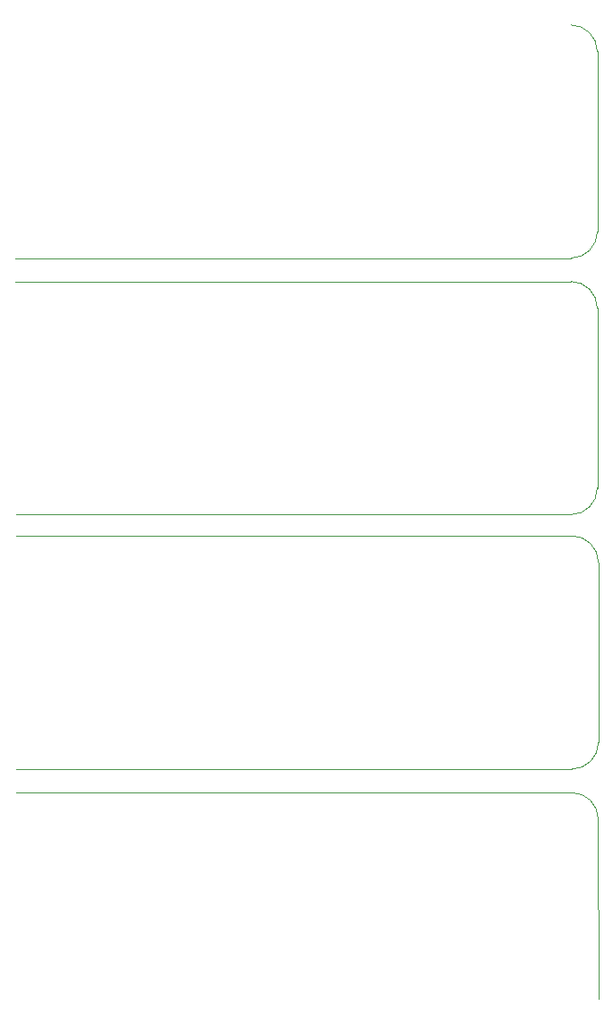
<source format=gbr>
%TF.GenerationSoftware,KiCad,Pcbnew,7.0.5*%
%TF.CreationDate,2024-04-05T19:04:48+09:00*%
%TF.ProjectId,ikafly_rev0a_p_cut,696b6166-6c79-45f7-9265-7630615f705f,rev?*%
%TF.SameCoordinates,Original*%
%TF.FileFunction,Profile,NP*%
%FSLAX46Y46*%
G04 Gerber Fmt 4.6, Leading zero omitted, Abs format (unit mm)*
G04 Created by KiCad (PCBNEW 7.0.5) date 2024-04-05 19:04:48*
%MOMM*%
%LPD*%
G01*
G04 APERTURE LIST*
%TA.AperFunction,Profile*%
%ADD10C,0.100000*%
%TD*%
G04 APERTURE END LIST*
D10*
X196382233Y-118517767D02*
X196400000Y-135500000D01*
X193882233Y-116017767D02*
X141400000Y-116000000D01*
X141400000Y-113800000D02*
X193900000Y-113800000D01*
X193900000Y-91800000D02*
X141400000Y-91800000D01*
X141400000Y-89800000D02*
X193800000Y-89800000D01*
X193800000Y-67800000D02*
X141300000Y-67800000D01*
X193800000Y-65600000D02*
X141300000Y-65600000D01*
X196400000Y-94300000D02*
G75*
G03*
X193900000Y-91800000I-2500000J0D01*
G01*
X196400000Y-111300000D02*
X196400000Y-94300000D01*
X193900000Y-113800000D02*
G75*
G03*
X196400000Y-111300000I0J2500000D01*
G01*
X196300000Y-87300000D02*
X196300000Y-70300000D01*
X196300000Y-70300000D02*
G75*
G03*
X193800000Y-67800000I-2500000J0D01*
G01*
X196300000Y-63100000D02*
X196300000Y-49850000D01*
X196382233Y-118517767D02*
G75*
G03*
X193882233Y-116017767I-2500000J0D01*
G01*
X193800000Y-89800000D02*
G75*
G03*
X196300000Y-87300000I0J2500000D01*
G01*
X193800000Y-65599998D02*
G75*
G03*
X196300000Y-63100000I2J2499998D01*
G01*
X196300000Y-49850000D02*
X196300000Y-46100000D01*
X196300000Y-46100000D02*
G75*
G03*
X193800000Y-43600000I-2500000J0D01*
G01*
M02*

</source>
